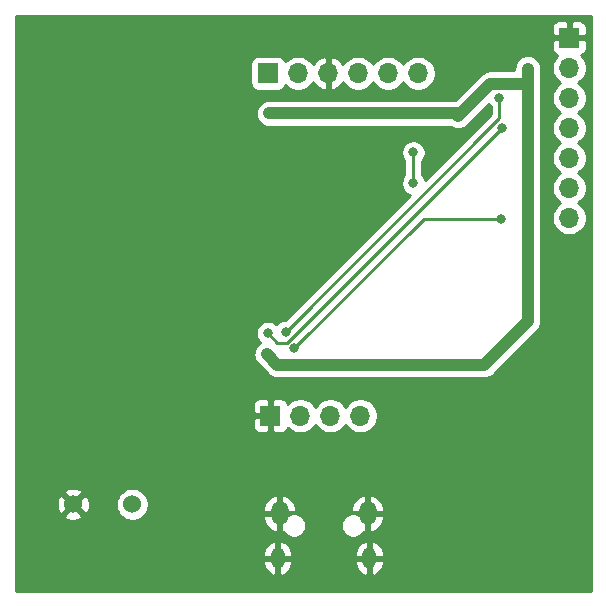
<source format=gbr>
G04 #@! TF.GenerationSoftware,KiCad,Pcbnew,5.1.5-1.fc31*
G04 #@! TF.CreationDate,2020-02-14T12:59:08+01:00*
G04 #@! TF.ProjectId,pcbdesign,70636264-6573-4696-976e-2e6b69636164,rev?*
G04 #@! TF.SameCoordinates,Original*
G04 #@! TF.FileFunction,Copper,L2,Bot*
G04 #@! TF.FilePolarity,Positive*
%FSLAX46Y46*%
G04 Gerber Fmt 4.6, Leading zero omitted, Abs format (unit mm)*
G04 Created by KiCad (PCBNEW 5.1.5-1.fc31) date 2020-02-14 12:59:08*
%MOMM*%
%LPD*%
G04 APERTURE LIST*
%ADD10R,1.700000X1.700000*%
%ADD11O,1.700000X1.700000*%
%ADD12C,1.524000*%
%ADD13O,1.450000X2.000000*%
%ADD14O,1.150000X1.800000*%
%ADD15C,0.800000*%
%ADD16C,1.000000*%
%ADD17C,0.250000*%
%ADD18C,0.254000*%
G04 APERTURE END LIST*
D10*
X162200000Y-114500000D03*
D11*
X164740000Y-114500000D03*
X167280000Y-114500000D03*
X169820000Y-114500000D03*
D12*
X145500000Y-122000000D03*
X150500000Y-122000000D03*
D10*
X162000000Y-85500000D03*
D11*
X164540000Y-85500000D03*
X167080000Y-85500000D03*
X169620000Y-85500000D03*
X172160000Y-85500000D03*
X174700000Y-85500000D03*
D10*
X187500000Y-82500000D03*
D11*
X187500000Y-85040000D03*
X187500000Y-87580000D03*
X187500000Y-90120000D03*
X187500000Y-92660000D03*
X187500000Y-95200000D03*
X187500000Y-97740000D03*
D13*
X162975000Y-122750000D03*
X170425000Y-122750000D03*
D14*
X162825000Y-126550000D03*
X170575000Y-126550000D03*
D15*
X158900000Y-91300000D03*
X159600000Y-110100000D03*
X187600000Y-107100000D03*
X187700000Y-100600000D03*
X180300000Y-110200000D03*
X161900000Y-109300000D03*
X180300000Y-110200000D03*
X184000000Y-85100000D03*
X162100000Y-88900000D03*
X174300000Y-92200000D03*
X174300000Y-94800000D03*
X181600000Y-87600000D03*
X163487340Y-107387340D03*
X181800000Y-90100000D03*
X162000000Y-107500000D03*
X181700000Y-97800000D03*
X164200000Y-108800000D03*
D16*
X180300000Y-110200000D02*
X162800000Y-110200000D01*
X162800000Y-110200000D02*
X161900000Y-109300000D01*
X180300000Y-110200000D02*
X183800000Y-106700000D01*
X183800000Y-106700000D02*
X184000000Y-106500000D01*
X184000000Y-86400000D02*
X180800000Y-86400000D01*
X184000000Y-106500000D02*
X184000000Y-86400000D01*
X184000000Y-86400000D02*
X184000000Y-85100000D01*
X180800000Y-86400000D02*
X178100000Y-89100000D01*
X178100000Y-89100000D02*
X177900000Y-88900000D01*
X177900000Y-88900000D02*
X162100000Y-88900000D01*
D17*
X174300000Y-92200000D02*
X174300000Y-94800000D01*
X181600000Y-87600000D02*
X181600000Y-89274680D01*
X181600000Y-89274680D02*
X163487340Y-107387340D01*
X181800000Y-90100000D02*
X163600000Y-108300000D01*
X163600000Y-108300000D02*
X162800000Y-108300000D01*
X162800000Y-108300000D02*
X162000000Y-107500000D01*
X181700000Y-97800000D02*
X175200000Y-97800000D01*
X175200000Y-97800000D02*
X164200000Y-108800000D01*
D18*
G36*
X189340000Y-129340000D02*
G01*
X140660000Y-129340000D01*
X140660000Y-126677000D01*
X161615000Y-126677000D01*
X161615000Y-127002000D01*
X161663026Y-127235619D01*
X161755706Y-127455380D01*
X161889479Y-127652837D01*
X162059203Y-127820402D01*
X162258356Y-127951636D01*
X162479285Y-128041496D01*
X162511323Y-128043635D01*
X162698000Y-127918550D01*
X162698000Y-126677000D01*
X162952000Y-126677000D01*
X162952000Y-127918550D01*
X163138677Y-128043635D01*
X163170715Y-128041496D01*
X163391644Y-127951636D01*
X163590797Y-127820402D01*
X163760521Y-127652837D01*
X163894294Y-127455380D01*
X163986974Y-127235619D01*
X164035000Y-127002000D01*
X164035000Y-126677000D01*
X169365000Y-126677000D01*
X169365000Y-127002000D01*
X169413026Y-127235619D01*
X169505706Y-127455380D01*
X169639479Y-127652837D01*
X169809203Y-127820402D01*
X170008356Y-127951636D01*
X170229285Y-128041496D01*
X170261323Y-128043635D01*
X170448000Y-127918550D01*
X170448000Y-126677000D01*
X170702000Y-126677000D01*
X170702000Y-127918550D01*
X170888677Y-128043635D01*
X170920715Y-128041496D01*
X171141644Y-127951636D01*
X171340797Y-127820402D01*
X171510521Y-127652837D01*
X171644294Y-127455380D01*
X171736974Y-127235619D01*
X171785000Y-127002000D01*
X171785000Y-126677000D01*
X170702000Y-126677000D01*
X170448000Y-126677000D01*
X169365000Y-126677000D01*
X164035000Y-126677000D01*
X162952000Y-126677000D01*
X162698000Y-126677000D01*
X161615000Y-126677000D01*
X140660000Y-126677000D01*
X140660000Y-126098000D01*
X161615000Y-126098000D01*
X161615000Y-126423000D01*
X162698000Y-126423000D01*
X162698000Y-125181450D01*
X162952000Y-125181450D01*
X162952000Y-126423000D01*
X164035000Y-126423000D01*
X164035000Y-126098000D01*
X169365000Y-126098000D01*
X169365000Y-126423000D01*
X170448000Y-126423000D01*
X170448000Y-125181450D01*
X170702000Y-125181450D01*
X170702000Y-126423000D01*
X171785000Y-126423000D01*
X171785000Y-126098000D01*
X171736974Y-125864381D01*
X171644294Y-125644620D01*
X171510521Y-125447163D01*
X171340797Y-125279598D01*
X171141644Y-125148364D01*
X170920715Y-125058504D01*
X170888677Y-125056365D01*
X170702000Y-125181450D01*
X170448000Y-125181450D01*
X170261323Y-125056365D01*
X170229285Y-125058504D01*
X170008356Y-125148364D01*
X169809203Y-125279598D01*
X169639479Y-125447163D01*
X169505706Y-125644620D01*
X169413026Y-125864381D01*
X169365000Y-126098000D01*
X164035000Y-126098000D01*
X163986974Y-125864381D01*
X163894294Y-125644620D01*
X163760521Y-125447163D01*
X163590797Y-125279598D01*
X163391644Y-125148364D01*
X163170715Y-125058504D01*
X163138677Y-125056365D01*
X162952000Y-125181450D01*
X162698000Y-125181450D01*
X162511323Y-125056365D01*
X162479285Y-125058504D01*
X162258356Y-125148364D01*
X162059203Y-125279598D01*
X161889479Y-125447163D01*
X161755706Y-125644620D01*
X161663026Y-125864381D01*
X161615000Y-126098000D01*
X140660000Y-126098000D01*
X140660000Y-122965565D01*
X144714040Y-122965565D01*
X144781020Y-123205656D01*
X145030048Y-123322756D01*
X145297135Y-123389023D01*
X145572017Y-123401910D01*
X145844133Y-123360922D01*
X146103023Y-123267636D01*
X146218980Y-123205656D01*
X146285960Y-122965565D01*
X145500000Y-122179605D01*
X144714040Y-122965565D01*
X140660000Y-122965565D01*
X140660000Y-122072017D01*
X144098090Y-122072017D01*
X144139078Y-122344133D01*
X144232364Y-122603023D01*
X144294344Y-122718980D01*
X144534435Y-122785960D01*
X145320395Y-122000000D01*
X145679605Y-122000000D01*
X146465565Y-122785960D01*
X146705656Y-122718980D01*
X146822756Y-122469952D01*
X146889023Y-122202865D01*
X146901910Y-121927983D01*
X146892033Y-121862408D01*
X149103000Y-121862408D01*
X149103000Y-122137592D01*
X149156686Y-122407490D01*
X149261995Y-122661727D01*
X149414880Y-122890535D01*
X149609465Y-123085120D01*
X149838273Y-123238005D01*
X150092510Y-123343314D01*
X150362408Y-123397000D01*
X150637592Y-123397000D01*
X150907490Y-123343314D01*
X151161727Y-123238005D01*
X151390535Y-123085120D01*
X151585120Y-122890535D01*
X151594163Y-122877000D01*
X161615000Y-122877000D01*
X161615000Y-123152000D01*
X161665908Y-123414883D01*
X161767124Y-123662783D01*
X161914758Y-123886173D01*
X162103137Y-124076469D01*
X162325021Y-124226357D01*
X162571883Y-124330078D01*
X162637742Y-124342519D01*
X162848000Y-124219518D01*
X162848000Y-122877000D01*
X163102000Y-122877000D01*
X163102000Y-124219518D01*
X163312258Y-124342519D01*
X163317104Y-124341604D01*
X163396063Y-124459774D01*
X163540226Y-124603937D01*
X163709744Y-124717205D01*
X163898102Y-124795226D01*
X164098061Y-124835000D01*
X164301939Y-124835000D01*
X164501898Y-124795226D01*
X164690256Y-124717205D01*
X164859774Y-124603937D01*
X165003937Y-124459774D01*
X165117205Y-124290256D01*
X165195226Y-124101898D01*
X165235000Y-123901939D01*
X165235000Y-123698061D01*
X168165000Y-123698061D01*
X168165000Y-123901939D01*
X168204774Y-124101898D01*
X168282795Y-124290256D01*
X168396063Y-124459774D01*
X168540226Y-124603937D01*
X168709744Y-124717205D01*
X168898102Y-124795226D01*
X169098061Y-124835000D01*
X169301939Y-124835000D01*
X169501898Y-124795226D01*
X169690256Y-124717205D01*
X169859774Y-124603937D01*
X170003937Y-124459774D01*
X170082896Y-124341604D01*
X170087742Y-124342519D01*
X170298000Y-124219518D01*
X170298000Y-122877000D01*
X170552000Y-122877000D01*
X170552000Y-124219518D01*
X170762258Y-124342519D01*
X170828117Y-124330078D01*
X171074979Y-124226357D01*
X171296863Y-124076469D01*
X171485242Y-123886173D01*
X171632876Y-123662783D01*
X171734092Y-123414883D01*
X171785000Y-123152000D01*
X171785000Y-122877000D01*
X170552000Y-122877000D01*
X170298000Y-122877000D01*
X169676266Y-122877000D01*
X169501898Y-122804774D01*
X169301939Y-122765000D01*
X169098061Y-122765000D01*
X168898102Y-122804774D01*
X168709744Y-122882795D01*
X168540226Y-122996063D01*
X168396063Y-123140226D01*
X168282795Y-123309744D01*
X168204774Y-123498102D01*
X168165000Y-123698061D01*
X165235000Y-123698061D01*
X165195226Y-123498102D01*
X165117205Y-123309744D01*
X165003937Y-123140226D01*
X164859774Y-122996063D01*
X164690256Y-122882795D01*
X164501898Y-122804774D01*
X164301939Y-122765000D01*
X164098061Y-122765000D01*
X163898102Y-122804774D01*
X163723734Y-122877000D01*
X163102000Y-122877000D01*
X162848000Y-122877000D01*
X161615000Y-122877000D01*
X151594163Y-122877000D01*
X151738005Y-122661727D01*
X151843314Y-122407490D01*
X151855147Y-122348000D01*
X161615000Y-122348000D01*
X161615000Y-122623000D01*
X162848000Y-122623000D01*
X162848000Y-121280482D01*
X163102000Y-121280482D01*
X163102000Y-122623000D01*
X164335000Y-122623000D01*
X164335000Y-122348000D01*
X169065000Y-122348000D01*
X169065000Y-122623000D01*
X170298000Y-122623000D01*
X170298000Y-121280482D01*
X170552000Y-121280482D01*
X170552000Y-122623000D01*
X171785000Y-122623000D01*
X171785000Y-122348000D01*
X171734092Y-122085117D01*
X171632876Y-121837217D01*
X171485242Y-121613827D01*
X171296863Y-121423531D01*
X171074979Y-121273643D01*
X170828117Y-121169922D01*
X170762258Y-121157481D01*
X170552000Y-121280482D01*
X170298000Y-121280482D01*
X170087742Y-121157481D01*
X170021883Y-121169922D01*
X169775021Y-121273643D01*
X169553137Y-121423531D01*
X169364758Y-121613827D01*
X169217124Y-121837217D01*
X169115908Y-122085117D01*
X169065000Y-122348000D01*
X164335000Y-122348000D01*
X164284092Y-122085117D01*
X164182876Y-121837217D01*
X164035242Y-121613827D01*
X163846863Y-121423531D01*
X163624979Y-121273643D01*
X163378117Y-121169922D01*
X163312258Y-121157481D01*
X163102000Y-121280482D01*
X162848000Y-121280482D01*
X162637742Y-121157481D01*
X162571883Y-121169922D01*
X162325021Y-121273643D01*
X162103137Y-121423531D01*
X161914758Y-121613827D01*
X161767124Y-121837217D01*
X161665908Y-122085117D01*
X161615000Y-122348000D01*
X151855147Y-122348000D01*
X151897000Y-122137592D01*
X151897000Y-121862408D01*
X151843314Y-121592510D01*
X151738005Y-121338273D01*
X151585120Y-121109465D01*
X151390535Y-120914880D01*
X151161727Y-120761995D01*
X150907490Y-120656686D01*
X150637592Y-120603000D01*
X150362408Y-120603000D01*
X150092510Y-120656686D01*
X149838273Y-120761995D01*
X149609465Y-120914880D01*
X149414880Y-121109465D01*
X149261995Y-121338273D01*
X149156686Y-121592510D01*
X149103000Y-121862408D01*
X146892033Y-121862408D01*
X146860922Y-121655867D01*
X146767636Y-121396977D01*
X146705656Y-121281020D01*
X146465565Y-121214040D01*
X145679605Y-122000000D01*
X145320395Y-122000000D01*
X144534435Y-121214040D01*
X144294344Y-121281020D01*
X144177244Y-121530048D01*
X144110977Y-121797135D01*
X144098090Y-122072017D01*
X140660000Y-122072017D01*
X140660000Y-121034435D01*
X144714040Y-121034435D01*
X145500000Y-121820395D01*
X146285960Y-121034435D01*
X146218980Y-120794344D01*
X145969952Y-120677244D01*
X145702865Y-120610977D01*
X145427983Y-120598090D01*
X145155867Y-120639078D01*
X144896977Y-120732364D01*
X144781020Y-120794344D01*
X144714040Y-121034435D01*
X140660000Y-121034435D01*
X140660000Y-115350000D01*
X160711928Y-115350000D01*
X160724188Y-115474482D01*
X160760498Y-115594180D01*
X160819463Y-115704494D01*
X160898815Y-115801185D01*
X160995506Y-115880537D01*
X161105820Y-115939502D01*
X161225518Y-115975812D01*
X161350000Y-115988072D01*
X161914250Y-115985000D01*
X162073000Y-115826250D01*
X162073000Y-114627000D01*
X160873750Y-114627000D01*
X160715000Y-114785750D01*
X160711928Y-115350000D01*
X140660000Y-115350000D01*
X140660000Y-113650000D01*
X160711928Y-113650000D01*
X160715000Y-114214250D01*
X160873750Y-114373000D01*
X162073000Y-114373000D01*
X162073000Y-113173750D01*
X162327000Y-113173750D01*
X162327000Y-114373000D01*
X162347000Y-114373000D01*
X162347000Y-114627000D01*
X162327000Y-114627000D01*
X162327000Y-115826250D01*
X162485750Y-115985000D01*
X163050000Y-115988072D01*
X163174482Y-115975812D01*
X163294180Y-115939502D01*
X163404494Y-115880537D01*
X163501185Y-115801185D01*
X163580537Y-115704494D01*
X163639502Y-115594180D01*
X163661513Y-115521620D01*
X163793368Y-115653475D01*
X164036589Y-115815990D01*
X164306842Y-115927932D01*
X164593740Y-115985000D01*
X164886260Y-115985000D01*
X165173158Y-115927932D01*
X165443411Y-115815990D01*
X165686632Y-115653475D01*
X165893475Y-115446632D01*
X166010000Y-115272240D01*
X166126525Y-115446632D01*
X166333368Y-115653475D01*
X166576589Y-115815990D01*
X166846842Y-115927932D01*
X167133740Y-115985000D01*
X167426260Y-115985000D01*
X167713158Y-115927932D01*
X167983411Y-115815990D01*
X168226632Y-115653475D01*
X168433475Y-115446632D01*
X168550000Y-115272240D01*
X168666525Y-115446632D01*
X168873368Y-115653475D01*
X169116589Y-115815990D01*
X169386842Y-115927932D01*
X169673740Y-115985000D01*
X169966260Y-115985000D01*
X170253158Y-115927932D01*
X170523411Y-115815990D01*
X170766632Y-115653475D01*
X170973475Y-115446632D01*
X171135990Y-115203411D01*
X171247932Y-114933158D01*
X171305000Y-114646260D01*
X171305000Y-114353740D01*
X171247932Y-114066842D01*
X171135990Y-113796589D01*
X170973475Y-113553368D01*
X170766632Y-113346525D01*
X170523411Y-113184010D01*
X170253158Y-113072068D01*
X169966260Y-113015000D01*
X169673740Y-113015000D01*
X169386842Y-113072068D01*
X169116589Y-113184010D01*
X168873368Y-113346525D01*
X168666525Y-113553368D01*
X168550000Y-113727760D01*
X168433475Y-113553368D01*
X168226632Y-113346525D01*
X167983411Y-113184010D01*
X167713158Y-113072068D01*
X167426260Y-113015000D01*
X167133740Y-113015000D01*
X166846842Y-113072068D01*
X166576589Y-113184010D01*
X166333368Y-113346525D01*
X166126525Y-113553368D01*
X166010000Y-113727760D01*
X165893475Y-113553368D01*
X165686632Y-113346525D01*
X165443411Y-113184010D01*
X165173158Y-113072068D01*
X164886260Y-113015000D01*
X164593740Y-113015000D01*
X164306842Y-113072068D01*
X164036589Y-113184010D01*
X163793368Y-113346525D01*
X163661513Y-113478380D01*
X163639502Y-113405820D01*
X163580537Y-113295506D01*
X163501185Y-113198815D01*
X163404494Y-113119463D01*
X163294180Y-113060498D01*
X163174482Y-113024188D01*
X163050000Y-113011928D01*
X162485750Y-113015000D01*
X162327000Y-113173750D01*
X162073000Y-113173750D01*
X161914250Y-113015000D01*
X161350000Y-113011928D01*
X161225518Y-113024188D01*
X161105820Y-113060498D01*
X160995506Y-113119463D01*
X160898815Y-113198815D01*
X160819463Y-113295506D01*
X160760498Y-113405820D01*
X160724188Y-113525518D01*
X160711928Y-113650000D01*
X140660000Y-113650000D01*
X140660000Y-109300000D01*
X160759509Y-109300000D01*
X160781423Y-109522498D01*
X160846324Y-109736446D01*
X160951717Y-109933622D01*
X161058012Y-110063143D01*
X161958008Y-110963140D01*
X161993551Y-111006449D01*
X162166377Y-111148284D01*
X162363553Y-111253676D01*
X162527705Y-111303471D01*
X162577500Y-111318577D01*
X162598493Y-111320644D01*
X162744248Y-111335000D01*
X162744255Y-111335000D01*
X162799999Y-111340490D01*
X162855743Y-111335000D01*
X180244249Y-111335000D01*
X180300000Y-111340491D01*
X180355751Y-111335000D01*
X180355752Y-111335000D01*
X180522499Y-111318577D01*
X180736447Y-111253676D01*
X180933623Y-111148284D01*
X181106449Y-111006449D01*
X181141996Y-110963135D01*
X184641988Y-107463144D01*
X184641991Y-107463140D01*
X184763139Y-107341993D01*
X184806449Y-107306449D01*
X184948284Y-107133623D01*
X185053676Y-106936447D01*
X185118577Y-106722499D01*
X185135000Y-106555752D01*
X185135000Y-106555751D01*
X185140491Y-106500000D01*
X185135000Y-106444248D01*
X185135000Y-86455751D01*
X185140491Y-86400000D01*
X185135000Y-86344248D01*
X185135000Y-85044248D01*
X185118577Y-84877501D01*
X185053676Y-84663553D01*
X184948284Y-84466377D01*
X184806449Y-84293551D01*
X184633623Y-84151716D01*
X184436447Y-84046324D01*
X184222499Y-83981423D01*
X184000000Y-83959509D01*
X183777502Y-83981423D01*
X183563554Y-84046324D01*
X183366378Y-84151716D01*
X183193552Y-84293551D01*
X183051717Y-84466377D01*
X182946324Y-84663553D01*
X182881423Y-84877501D01*
X182865000Y-85044248D01*
X182865000Y-85265000D01*
X180855752Y-85265000D01*
X180800000Y-85259509D01*
X180577501Y-85281423D01*
X180363553Y-85346324D01*
X180166377Y-85451716D01*
X180036856Y-85558011D01*
X180036854Y-85558013D01*
X179993551Y-85593551D01*
X179958013Y-85636854D01*
X177829869Y-87765000D01*
X162044248Y-87765000D01*
X161877501Y-87781423D01*
X161663553Y-87846324D01*
X161466377Y-87951716D01*
X161293551Y-88093551D01*
X161151716Y-88266377D01*
X161046324Y-88463553D01*
X160981423Y-88677501D01*
X160959509Y-88900000D01*
X160981423Y-89122499D01*
X161046324Y-89336447D01*
X161151716Y-89533623D01*
X161293551Y-89706449D01*
X161466377Y-89848284D01*
X161663553Y-89953676D01*
X161877501Y-90018577D01*
X162044248Y-90035000D01*
X177450191Y-90035000D01*
X177466378Y-90048284D01*
X177563133Y-90100000D01*
X177663554Y-90153676D01*
X177877502Y-90218577D01*
X178100000Y-90240491D01*
X178322499Y-90218577D01*
X178536447Y-90153676D01*
X178733623Y-90048284D01*
X178906449Y-89906449D01*
X178941996Y-89863135D01*
X180695645Y-88109487D01*
X180796063Y-88259774D01*
X180840000Y-88303711D01*
X180840001Y-88959876D01*
X175296313Y-94503565D01*
X175295226Y-94498102D01*
X175217205Y-94309744D01*
X175103937Y-94140226D01*
X175060000Y-94096289D01*
X175060000Y-92903711D01*
X175103937Y-92859774D01*
X175217205Y-92690256D01*
X175295226Y-92501898D01*
X175335000Y-92301939D01*
X175335000Y-92098061D01*
X175295226Y-91898102D01*
X175217205Y-91709744D01*
X175103937Y-91540226D01*
X174959774Y-91396063D01*
X174790256Y-91282795D01*
X174601898Y-91204774D01*
X174401939Y-91165000D01*
X174198061Y-91165000D01*
X173998102Y-91204774D01*
X173809744Y-91282795D01*
X173640226Y-91396063D01*
X173496063Y-91540226D01*
X173382795Y-91709744D01*
X173304774Y-91898102D01*
X173265000Y-92098061D01*
X173265000Y-92301939D01*
X173304774Y-92501898D01*
X173382795Y-92690256D01*
X173496063Y-92859774D01*
X173540000Y-92903711D01*
X173540001Y-94096288D01*
X173496063Y-94140226D01*
X173382795Y-94309744D01*
X173304774Y-94498102D01*
X173265000Y-94698061D01*
X173265000Y-94901939D01*
X173304774Y-95101898D01*
X173382795Y-95290256D01*
X173496063Y-95459774D01*
X173640226Y-95603937D01*
X173809744Y-95717205D01*
X173998102Y-95795226D01*
X174003565Y-95796313D01*
X163447539Y-106352340D01*
X163385401Y-106352340D01*
X163185442Y-106392114D01*
X162997084Y-106470135D01*
X162827566Y-106583403D01*
X162687340Y-106723629D01*
X162659774Y-106696063D01*
X162490256Y-106582795D01*
X162301898Y-106504774D01*
X162101939Y-106465000D01*
X161898061Y-106465000D01*
X161698102Y-106504774D01*
X161509744Y-106582795D01*
X161340226Y-106696063D01*
X161196063Y-106840226D01*
X161082795Y-107009744D01*
X161004774Y-107198102D01*
X160965000Y-107398061D01*
X160965000Y-107601939D01*
X161004774Y-107801898D01*
X161082795Y-107990256D01*
X161196063Y-108159774D01*
X161340226Y-108303937D01*
X161347133Y-108308552D01*
X161266378Y-108351717D01*
X161093552Y-108493552D01*
X160951717Y-108666378D01*
X160846324Y-108863554D01*
X160781423Y-109077502D01*
X160759509Y-109300000D01*
X140660000Y-109300000D01*
X140660000Y-84650000D01*
X160511928Y-84650000D01*
X160511928Y-86350000D01*
X160524188Y-86474482D01*
X160560498Y-86594180D01*
X160619463Y-86704494D01*
X160698815Y-86801185D01*
X160795506Y-86880537D01*
X160905820Y-86939502D01*
X161025518Y-86975812D01*
X161150000Y-86988072D01*
X162850000Y-86988072D01*
X162974482Y-86975812D01*
X163094180Y-86939502D01*
X163204494Y-86880537D01*
X163301185Y-86801185D01*
X163380537Y-86704494D01*
X163439502Y-86594180D01*
X163461513Y-86521620D01*
X163593368Y-86653475D01*
X163836589Y-86815990D01*
X164106842Y-86927932D01*
X164393740Y-86985000D01*
X164686260Y-86985000D01*
X164973158Y-86927932D01*
X165243411Y-86815990D01*
X165486632Y-86653475D01*
X165693475Y-86446632D01*
X165815195Y-86264466D01*
X165884822Y-86381355D01*
X166079731Y-86597588D01*
X166313080Y-86771641D01*
X166575901Y-86896825D01*
X166723110Y-86941476D01*
X166953000Y-86820155D01*
X166953000Y-85627000D01*
X166933000Y-85627000D01*
X166933000Y-85373000D01*
X166953000Y-85373000D01*
X166953000Y-84179845D01*
X167207000Y-84179845D01*
X167207000Y-85373000D01*
X167227000Y-85373000D01*
X167227000Y-85627000D01*
X167207000Y-85627000D01*
X167207000Y-86820155D01*
X167436890Y-86941476D01*
X167584099Y-86896825D01*
X167846920Y-86771641D01*
X168080269Y-86597588D01*
X168275178Y-86381355D01*
X168344805Y-86264466D01*
X168466525Y-86446632D01*
X168673368Y-86653475D01*
X168916589Y-86815990D01*
X169186842Y-86927932D01*
X169473740Y-86985000D01*
X169766260Y-86985000D01*
X170053158Y-86927932D01*
X170323411Y-86815990D01*
X170566632Y-86653475D01*
X170773475Y-86446632D01*
X170890000Y-86272240D01*
X171006525Y-86446632D01*
X171213368Y-86653475D01*
X171456589Y-86815990D01*
X171726842Y-86927932D01*
X172013740Y-86985000D01*
X172306260Y-86985000D01*
X172593158Y-86927932D01*
X172863411Y-86815990D01*
X173106632Y-86653475D01*
X173313475Y-86446632D01*
X173430000Y-86272240D01*
X173546525Y-86446632D01*
X173753368Y-86653475D01*
X173996589Y-86815990D01*
X174266842Y-86927932D01*
X174553740Y-86985000D01*
X174846260Y-86985000D01*
X175133158Y-86927932D01*
X175403411Y-86815990D01*
X175646632Y-86653475D01*
X175853475Y-86446632D01*
X176015990Y-86203411D01*
X176127932Y-85933158D01*
X176185000Y-85646260D01*
X176185000Y-85353740D01*
X176127932Y-85066842D01*
X176015990Y-84796589D01*
X175853475Y-84553368D01*
X175646632Y-84346525D01*
X175403411Y-84184010D01*
X175133158Y-84072068D01*
X174846260Y-84015000D01*
X174553740Y-84015000D01*
X174266842Y-84072068D01*
X173996589Y-84184010D01*
X173753368Y-84346525D01*
X173546525Y-84553368D01*
X173430000Y-84727760D01*
X173313475Y-84553368D01*
X173106632Y-84346525D01*
X172863411Y-84184010D01*
X172593158Y-84072068D01*
X172306260Y-84015000D01*
X172013740Y-84015000D01*
X171726842Y-84072068D01*
X171456589Y-84184010D01*
X171213368Y-84346525D01*
X171006525Y-84553368D01*
X170890000Y-84727760D01*
X170773475Y-84553368D01*
X170566632Y-84346525D01*
X170323411Y-84184010D01*
X170053158Y-84072068D01*
X169766260Y-84015000D01*
X169473740Y-84015000D01*
X169186842Y-84072068D01*
X168916589Y-84184010D01*
X168673368Y-84346525D01*
X168466525Y-84553368D01*
X168344805Y-84735534D01*
X168275178Y-84618645D01*
X168080269Y-84402412D01*
X167846920Y-84228359D01*
X167584099Y-84103175D01*
X167436890Y-84058524D01*
X167207000Y-84179845D01*
X166953000Y-84179845D01*
X166723110Y-84058524D01*
X166575901Y-84103175D01*
X166313080Y-84228359D01*
X166079731Y-84402412D01*
X165884822Y-84618645D01*
X165815195Y-84735534D01*
X165693475Y-84553368D01*
X165486632Y-84346525D01*
X165243411Y-84184010D01*
X164973158Y-84072068D01*
X164686260Y-84015000D01*
X164393740Y-84015000D01*
X164106842Y-84072068D01*
X163836589Y-84184010D01*
X163593368Y-84346525D01*
X163461513Y-84478380D01*
X163439502Y-84405820D01*
X163380537Y-84295506D01*
X163301185Y-84198815D01*
X163204494Y-84119463D01*
X163094180Y-84060498D01*
X162974482Y-84024188D01*
X162850000Y-84011928D01*
X161150000Y-84011928D01*
X161025518Y-84024188D01*
X160905820Y-84060498D01*
X160795506Y-84119463D01*
X160698815Y-84198815D01*
X160619463Y-84295506D01*
X160560498Y-84405820D01*
X160524188Y-84525518D01*
X160511928Y-84650000D01*
X140660000Y-84650000D01*
X140660000Y-83350000D01*
X186011928Y-83350000D01*
X186024188Y-83474482D01*
X186060498Y-83594180D01*
X186119463Y-83704494D01*
X186198815Y-83801185D01*
X186295506Y-83880537D01*
X186405820Y-83939502D01*
X186478380Y-83961513D01*
X186346525Y-84093368D01*
X186184010Y-84336589D01*
X186072068Y-84606842D01*
X186015000Y-84893740D01*
X186015000Y-85186260D01*
X186072068Y-85473158D01*
X186184010Y-85743411D01*
X186346525Y-85986632D01*
X186553368Y-86193475D01*
X186727760Y-86310000D01*
X186553368Y-86426525D01*
X186346525Y-86633368D01*
X186184010Y-86876589D01*
X186072068Y-87146842D01*
X186015000Y-87433740D01*
X186015000Y-87726260D01*
X186072068Y-88013158D01*
X186184010Y-88283411D01*
X186346525Y-88526632D01*
X186553368Y-88733475D01*
X186727760Y-88850000D01*
X186553368Y-88966525D01*
X186346525Y-89173368D01*
X186184010Y-89416589D01*
X186072068Y-89686842D01*
X186015000Y-89973740D01*
X186015000Y-90266260D01*
X186072068Y-90553158D01*
X186184010Y-90823411D01*
X186346525Y-91066632D01*
X186553368Y-91273475D01*
X186727760Y-91390000D01*
X186553368Y-91506525D01*
X186346525Y-91713368D01*
X186184010Y-91956589D01*
X186072068Y-92226842D01*
X186015000Y-92513740D01*
X186015000Y-92806260D01*
X186072068Y-93093158D01*
X186184010Y-93363411D01*
X186346525Y-93606632D01*
X186553368Y-93813475D01*
X186727760Y-93930000D01*
X186553368Y-94046525D01*
X186346525Y-94253368D01*
X186184010Y-94496589D01*
X186072068Y-94766842D01*
X186015000Y-95053740D01*
X186015000Y-95346260D01*
X186072068Y-95633158D01*
X186184010Y-95903411D01*
X186346525Y-96146632D01*
X186553368Y-96353475D01*
X186727760Y-96470000D01*
X186553368Y-96586525D01*
X186346525Y-96793368D01*
X186184010Y-97036589D01*
X186072068Y-97306842D01*
X186015000Y-97593740D01*
X186015000Y-97886260D01*
X186072068Y-98173158D01*
X186184010Y-98443411D01*
X186346525Y-98686632D01*
X186553368Y-98893475D01*
X186796589Y-99055990D01*
X187066842Y-99167932D01*
X187353740Y-99225000D01*
X187646260Y-99225000D01*
X187933158Y-99167932D01*
X188203411Y-99055990D01*
X188446632Y-98893475D01*
X188653475Y-98686632D01*
X188815990Y-98443411D01*
X188927932Y-98173158D01*
X188985000Y-97886260D01*
X188985000Y-97593740D01*
X188927932Y-97306842D01*
X188815990Y-97036589D01*
X188653475Y-96793368D01*
X188446632Y-96586525D01*
X188272240Y-96470000D01*
X188446632Y-96353475D01*
X188653475Y-96146632D01*
X188815990Y-95903411D01*
X188927932Y-95633158D01*
X188985000Y-95346260D01*
X188985000Y-95053740D01*
X188927932Y-94766842D01*
X188815990Y-94496589D01*
X188653475Y-94253368D01*
X188446632Y-94046525D01*
X188272240Y-93930000D01*
X188446632Y-93813475D01*
X188653475Y-93606632D01*
X188815990Y-93363411D01*
X188927932Y-93093158D01*
X188985000Y-92806260D01*
X188985000Y-92513740D01*
X188927932Y-92226842D01*
X188815990Y-91956589D01*
X188653475Y-91713368D01*
X188446632Y-91506525D01*
X188272240Y-91390000D01*
X188446632Y-91273475D01*
X188653475Y-91066632D01*
X188815990Y-90823411D01*
X188927932Y-90553158D01*
X188985000Y-90266260D01*
X188985000Y-89973740D01*
X188927932Y-89686842D01*
X188815990Y-89416589D01*
X188653475Y-89173368D01*
X188446632Y-88966525D01*
X188272240Y-88850000D01*
X188446632Y-88733475D01*
X188653475Y-88526632D01*
X188815990Y-88283411D01*
X188927932Y-88013158D01*
X188985000Y-87726260D01*
X188985000Y-87433740D01*
X188927932Y-87146842D01*
X188815990Y-86876589D01*
X188653475Y-86633368D01*
X188446632Y-86426525D01*
X188272240Y-86310000D01*
X188446632Y-86193475D01*
X188653475Y-85986632D01*
X188815990Y-85743411D01*
X188927932Y-85473158D01*
X188985000Y-85186260D01*
X188985000Y-84893740D01*
X188927932Y-84606842D01*
X188815990Y-84336589D01*
X188653475Y-84093368D01*
X188521620Y-83961513D01*
X188594180Y-83939502D01*
X188704494Y-83880537D01*
X188801185Y-83801185D01*
X188880537Y-83704494D01*
X188939502Y-83594180D01*
X188975812Y-83474482D01*
X188988072Y-83350000D01*
X188985000Y-82785750D01*
X188826250Y-82627000D01*
X187627000Y-82627000D01*
X187627000Y-82647000D01*
X187373000Y-82647000D01*
X187373000Y-82627000D01*
X186173750Y-82627000D01*
X186015000Y-82785750D01*
X186011928Y-83350000D01*
X140660000Y-83350000D01*
X140660000Y-81650000D01*
X186011928Y-81650000D01*
X186015000Y-82214250D01*
X186173750Y-82373000D01*
X187373000Y-82373000D01*
X187373000Y-81173750D01*
X187627000Y-81173750D01*
X187627000Y-82373000D01*
X188826250Y-82373000D01*
X188985000Y-82214250D01*
X188988072Y-81650000D01*
X188975812Y-81525518D01*
X188939502Y-81405820D01*
X188880537Y-81295506D01*
X188801185Y-81198815D01*
X188704494Y-81119463D01*
X188594180Y-81060498D01*
X188474482Y-81024188D01*
X188350000Y-81011928D01*
X187785750Y-81015000D01*
X187627000Y-81173750D01*
X187373000Y-81173750D01*
X187214250Y-81015000D01*
X186650000Y-81011928D01*
X186525518Y-81024188D01*
X186405820Y-81060498D01*
X186295506Y-81119463D01*
X186198815Y-81198815D01*
X186119463Y-81295506D01*
X186060498Y-81405820D01*
X186024188Y-81525518D01*
X186011928Y-81650000D01*
X140660000Y-81650000D01*
X140660000Y-80660000D01*
X189340001Y-80660000D01*
X189340000Y-129340000D01*
G37*
X189340000Y-129340000D02*
X140660000Y-129340000D01*
X140660000Y-126677000D01*
X161615000Y-126677000D01*
X161615000Y-127002000D01*
X161663026Y-127235619D01*
X161755706Y-127455380D01*
X161889479Y-127652837D01*
X162059203Y-127820402D01*
X162258356Y-127951636D01*
X162479285Y-128041496D01*
X162511323Y-128043635D01*
X162698000Y-127918550D01*
X162698000Y-126677000D01*
X162952000Y-126677000D01*
X162952000Y-127918550D01*
X163138677Y-128043635D01*
X163170715Y-128041496D01*
X163391644Y-127951636D01*
X163590797Y-127820402D01*
X163760521Y-127652837D01*
X163894294Y-127455380D01*
X163986974Y-127235619D01*
X164035000Y-127002000D01*
X164035000Y-126677000D01*
X169365000Y-126677000D01*
X169365000Y-127002000D01*
X169413026Y-127235619D01*
X169505706Y-127455380D01*
X169639479Y-127652837D01*
X169809203Y-127820402D01*
X170008356Y-127951636D01*
X170229285Y-128041496D01*
X170261323Y-128043635D01*
X170448000Y-127918550D01*
X170448000Y-126677000D01*
X170702000Y-126677000D01*
X170702000Y-127918550D01*
X170888677Y-128043635D01*
X170920715Y-128041496D01*
X171141644Y-127951636D01*
X171340797Y-127820402D01*
X171510521Y-127652837D01*
X171644294Y-127455380D01*
X171736974Y-127235619D01*
X171785000Y-127002000D01*
X171785000Y-126677000D01*
X170702000Y-126677000D01*
X170448000Y-126677000D01*
X169365000Y-126677000D01*
X164035000Y-126677000D01*
X162952000Y-126677000D01*
X162698000Y-126677000D01*
X161615000Y-126677000D01*
X140660000Y-126677000D01*
X140660000Y-126098000D01*
X161615000Y-126098000D01*
X161615000Y-126423000D01*
X162698000Y-126423000D01*
X162698000Y-125181450D01*
X162952000Y-125181450D01*
X162952000Y-126423000D01*
X164035000Y-126423000D01*
X164035000Y-126098000D01*
X169365000Y-126098000D01*
X169365000Y-126423000D01*
X170448000Y-126423000D01*
X170448000Y-125181450D01*
X170702000Y-125181450D01*
X170702000Y-126423000D01*
X171785000Y-126423000D01*
X171785000Y-126098000D01*
X171736974Y-125864381D01*
X171644294Y-125644620D01*
X171510521Y-125447163D01*
X171340797Y-125279598D01*
X171141644Y-125148364D01*
X170920715Y-125058504D01*
X170888677Y-125056365D01*
X170702000Y-125181450D01*
X170448000Y-125181450D01*
X170261323Y-125056365D01*
X170229285Y-125058504D01*
X170008356Y-125148364D01*
X169809203Y-125279598D01*
X169639479Y-125447163D01*
X169505706Y-125644620D01*
X169413026Y-125864381D01*
X169365000Y-126098000D01*
X164035000Y-126098000D01*
X163986974Y-125864381D01*
X163894294Y-125644620D01*
X163760521Y-125447163D01*
X163590797Y-125279598D01*
X163391644Y-125148364D01*
X163170715Y-125058504D01*
X163138677Y-125056365D01*
X162952000Y-125181450D01*
X162698000Y-125181450D01*
X162511323Y-125056365D01*
X162479285Y-125058504D01*
X162258356Y-125148364D01*
X162059203Y-125279598D01*
X161889479Y-125447163D01*
X161755706Y-125644620D01*
X161663026Y-125864381D01*
X161615000Y-126098000D01*
X140660000Y-126098000D01*
X140660000Y-122965565D01*
X144714040Y-122965565D01*
X144781020Y-123205656D01*
X145030048Y-123322756D01*
X145297135Y-123389023D01*
X145572017Y-123401910D01*
X145844133Y-123360922D01*
X146103023Y-123267636D01*
X146218980Y-123205656D01*
X146285960Y-122965565D01*
X145500000Y-122179605D01*
X144714040Y-122965565D01*
X140660000Y-122965565D01*
X140660000Y-122072017D01*
X144098090Y-122072017D01*
X144139078Y-122344133D01*
X144232364Y-122603023D01*
X144294344Y-122718980D01*
X144534435Y-122785960D01*
X145320395Y-122000000D01*
X145679605Y-122000000D01*
X146465565Y-122785960D01*
X146705656Y-122718980D01*
X146822756Y-122469952D01*
X146889023Y-122202865D01*
X146901910Y-121927983D01*
X146892033Y-121862408D01*
X149103000Y-121862408D01*
X149103000Y-122137592D01*
X149156686Y-122407490D01*
X149261995Y-122661727D01*
X149414880Y-122890535D01*
X149609465Y-123085120D01*
X149838273Y-123238005D01*
X150092510Y-123343314D01*
X150362408Y-123397000D01*
X150637592Y-123397000D01*
X150907490Y-123343314D01*
X151161727Y-123238005D01*
X151390535Y-123085120D01*
X151585120Y-122890535D01*
X151594163Y-122877000D01*
X161615000Y-122877000D01*
X161615000Y-123152000D01*
X161665908Y-123414883D01*
X161767124Y-123662783D01*
X161914758Y-123886173D01*
X162103137Y-124076469D01*
X162325021Y-124226357D01*
X162571883Y-124330078D01*
X162637742Y-124342519D01*
X162848000Y-124219518D01*
X162848000Y-122877000D01*
X163102000Y-122877000D01*
X163102000Y-124219518D01*
X163312258Y-124342519D01*
X163317104Y-124341604D01*
X163396063Y-124459774D01*
X163540226Y-124603937D01*
X163709744Y-124717205D01*
X163898102Y-124795226D01*
X164098061Y-124835000D01*
X164301939Y-124835000D01*
X164501898Y-124795226D01*
X164690256Y-124717205D01*
X164859774Y-124603937D01*
X165003937Y-124459774D01*
X165117205Y-124290256D01*
X165195226Y-124101898D01*
X165235000Y-123901939D01*
X165235000Y-123698061D01*
X168165000Y-123698061D01*
X168165000Y-123901939D01*
X168204774Y-124101898D01*
X168282795Y-124290256D01*
X168396063Y-124459774D01*
X168540226Y-124603937D01*
X168709744Y-124717205D01*
X168898102Y-124795226D01*
X169098061Y-124835000D01*
X169301939Y-124835000D01*
X169501898Y-124795226D01*
X169690256Y-124717205D01*
X169859774Y-124603937D01*
X170003937Y-124459774D01*
X170082896Y-124341604D01*
X170087742Y-124342519D01*
X170298000Y-124219518D01*
X170298000Y-122877000D01*
X170552000Y-122877000D01*
X170552000Y-124219518D01*
X170762258Y-124342519D01*
X170828117Y-124330078D01*
X171074979Y-124226357D01*
X171296863Y-124076469D01*
X171485242Y-123886173D01*
X171632876Y-123662783D01*
X171734092Y-123414883D01*
X171785000Y-123152000D01*
X171785000Y-122877000D01*
X170552000Y-122877000D01*
X170298000Y-122877000D01*
X169676266Y-122877000D01*
X169501898Y-122804774D01*
X169301939Y-122765000D01*
X169098061Y-122765000D01*
X168898102Y-122804774D01*
X168709744Y-122882795D01*
X168540226Y-122996063D01*
X168396063Y-123140226D01*
X168282795Y-123309744D01*
X168204774Y-123498102D01*
X168165000Y-123698061D01*
X165235000Y-123698061D01*
X165195226Y-123498102D01*
X165117205Y-123309744D01*
X165003937Y-123140226D01*
X164859774Y-122996063D01*
X164690256Y-122882795D01*
X164501898Y-122804774D01*
X164301939Y-122765000D01*
X164098061Y-122765000D01*
X163898102Y-122804774D01*
X163723734Y-122877000D01*
X163102000Y-122877000D01*
X162848000Y-122877000D01*
X161615000Y-122877000D01*
X151594163Y-122877000D01*
X151738005Y-122661727D01*
X151843314Y-122407490D01*
X151855147Y-122348000D01*
X161615000Y-122348000D01*
X161615000Y-122623000D01*
X162848000Y-122623000D01*
X162848000Y-121280482D01*
X163102000Y-121280482D01*
X163102000Y-122623000D01*
X164335000Y-122623000D01*
X164335000Y-122348000D01*
X169065000Y-122348000D01*
X169065000Y-122623000D01*
X170298000Y-122623000D01*
X170298000Y-121280482D01*
X170552000Y-121280482D01*
X170552000Y-122623000D01*
X171785000Y-122623000D01*
X171785000Y-122348000D01*
X171734092Y-122085117D01*
X171632876Y-121837217D01*
X171485242Y-121613827D01*
X171296863Y-121423531D01*
X171074979Y-121273643D01*
X170828117Y-121169922D01*
X170762258Y-121157481D01*
X170552000Y-121280482D01*
X170298000Y-121280482D01*
X170087742Y-121157481D01*
X170021883Y-121169922D01*
X169775021Y-121273643D01*
X169553137Y-121423531D01*
X169364758Y-121613827D01*
X169217124Y-121837217D01*
X169115908Y-122085117D01*
X169065000Y-122348000D01*
X164335000Y-122348000D01*
X164284092Y-122085117D01*
X164182876Y-121837217D01*
X164035242Y-121613827D01*
X163846863Y-121423531D01*
X163624979Y-121273643D01*
X163378117Y-121169922D01*
X163312258Y-121157481D01*
X163102000Y-121280482D01*
X162848000Y-121280482D01*
X162637742Y-121157481D01*
X162571883Y-121169922D01*
X162325021Y-121273643D01*
X162103137Y-121423531D01*
X161914758Y-121613827D01*
X161767124Y-121837217D01*
X161665908Y-122085117D01*
X161615000Y-122348000D01*
X151855147Y-122348000D01*
X151897000Y-122137592D01*
X151897000Y-121862408D01*
X151843314Y-121592510D01*
X151738005Y-121338273D01*
X151585120Y-121109465D01*
X151390535Y-120914880D01*
X151161727Y-120761995D01*
X150907490Y-120656686D01*
X150637592Y-120603000D01*
X150362408Y-120603000D01*
X150092510Y-120656686D01*
X149838273Y-120761995D01*
X149609465Y-120914880D01*
X149414880Y-121109465D01*
X149261995Y-121338273D01*
X149156686Y-121592510D01*
X149103000Y-121862408D01*
X146892033Y-121862408D01*
X146860922Y-121655867D01*
X146767636Y-121396977D01*
X146705656Y-121281020D01*
X146465565Y-121214040D01*
X145679605Y-122000000D01*
X145320395Y-122000000D01*
X144534435Y-121214040D01*
X144294344Y-121281020D01*
X144177244Y-121530048D01*
X144110977Y-121797135D01*
X144098090Y-122072017D01*
X140660000Y-122072017D01*
X140660000Y-121034435D01*
X144714040Y-121034435D01*
X145500000Y-121820395D01*
X146285960Y-121034435D01*
X146218980Y-120794344D01*
X145969952Y-120677244D01*
X145702865Y-120610977D01*
X145427983Y-120598090D01*
X145155867Y-120639078D01*
X144896977Y-120732364D01*
X144781020Y-120794344D01*
X144714040Y-121034435D01*
X140660000Y-121034435D01*
X140660000Y-115350000D01*
X160711928Y-115350000D01*
X160724188Y-115474482D01*
X160760498Y-115594180D01*
X160819463Y-115704494D01*
X160898815Y-115801185D01*
X160995506Y-115880537D01*
X161105820Y-115939502D01*
X161225518Y-115975812D01*
X161350000Y-115988072D01*
X161914250Y-115985000D01*
X162073000Y-115826250D01*
X162073000Y-114627000D01*
X160873750Y-114627000D01*
X160715000Y-114785750D01*
X160711928Y-115350000D01*
X140660000Y-115350000D01*
X140660000Y-113650000D01*
X160711928Y-113650000D01*
X160715000Y-114214250D01*
X160873750Y-114373000D01*
X162073000Y-114373000D01*
X162073000Y-113173750D01*
X162327000Y-113173750D01*
X162327000Y-114373000D01*
X162347000Y-114373000D01*
X162347000Y-114627000D01*
X162327000Y-114627000D01*
X162327000Y-115826250D01*
X162485750Y-115985000D01*
X163050000Y-115988072D01*
X163174482Y-115975812D01*
X163294180Y-115939502D01*
X163404494Y-115880537D01*
X163501185Y-115801185D01*
X163580537Y-115704494D01*
X163639502Y-115594180D01*
X163661513Y-115521620D01*
X163793368Y-115653475D01*
X164036589Y-115815990D01*
X164306842Y-115927932D01*
X164593740Y-115985000D01*
X164886260Y-115985000D01*
X165173158Y-115927932D01*
X165443411Y-115815990D01*
X165686632Y-115653475D01*
X165893475Y-115446632D01*
X166010000Y-115272240D01*
X166126525Y-115446632D01*
X166333368Y-115653475D01*
X166576589Y-115815990D01*
X166846842Y-115927932D01*
X167133740Y-115985000D01*
X167426260Y-115985000D01*
X167713158Y-115927932D01*
X167983411Y-115815990D01*
X168226632Y-115653475D01*
X168433475Y-115446632D01*
X168550000Y-115272240D01*
X168666525Y-115446632D01*
X168873368Y-115653475D01*
X169116589Y-115815990D01*
X169386842Y-115927932D01*
X169673740Y-115985000D01*
X169966260Y-115985000D01*
X170253158Y-115927932D01*
X170523411Y-115815990D01*
X170766632Y-115653475D01*
X170973475Y-115446632D01*
X171135990Y-115203411D01*
X171247932Y-114933158D01*
X171305000Y-114646260D01*
X171305000Y-114353740D01*
X171247932Y-114066842D01*
X171135990Y-113796589D01*
X170973475Y-113553368D01*
X170766632Y-113346525D01*
X170523411Y-113184010D01*
X170253158Y-113072068D01*
X169966260Y-113015000D01*
X169673740Y-113015000D01*
X169386842Y-113072068D01*
X169116589Y-113184010D01*
X168873368Y-113346525D01*
X168666525Y-113553368D01*
X168550000Y-113727760D01*
X168433475Y-113553368D01*
X168226632Y-113346525D01*
X167983411Y-113184010D01*
X167713158Y-113072068D01*
X167426260Y-113015000D01*
X167133740Y-113015000D01*
X166846842Y-113072068D01*
X166576589Y-113184010D01*
X166333368Y-113346525D01*
X166126525Y-113553368D01*
X166010000Y-113727760D01*
X165893475Y-113553368D01*
X165686632Y-113346525D01*
X165443411Y-113184010D01*
X165173158Y-113072068D01*
X164886260Y-113015000D01*
X164593740Y-113015000D01*
X164306842Y-113072068D01*
X164036589Y-113184010D01*
X163793368Y-113346525D01*
X163661513Y-113478380D01*
X163639502Y-113405820D01*
X163580537Y-113295506D01*
X163501185Y-113198815D01*
X163404494Y-113119463D01*
X163294180Y-113060498D01*
X163174482Y-113024188D01*
X163050000Y-113011928D01*
X162485750Y-113015000D01*
X162327000Y-113173750D01*
X162073000Y-113173750D01*
X161914250Y-113015000D01*
X161350000Y-113011928D01*
X161225518Y-113024188D01*
X161105820Y-113060498D01*
X160995506Y-113119463D01*
X160898815Y-113198815D01*
X160819463Y-113295506D01*
X160760498Y-113405820D01*
X160724188Y-113525518D01*
X160711928Y-113650000D01*
X140660000Y-113650000D01*
X140660000Y-109300000D01*
X160759509Y-109300000D01*
X160781423Y-109522498D01*
X160846324Y-109736446D01*
X160951717Y-109933622D01*
X161058012Y-110063143D01*
X161958008Y-110963140D01*
X161993551Y-111006449D01*
X162166377Y-111148284D01*
X162363553Y-111253676D01*
X162527705Y-111303471D01*
X162577500Y-111318577D01*
X162598493Y-111320644D01*
X162744248Y-111335000D01*
X162744255Y-111335000D01*
X162799999Y-111340490D01*
X162855743Y-111335000D01*
X180244249Y-111335000D01*
X180300000Y-111340491D01*
X180355751Y-111335000D01*
X180355752Y-111335000D01*
X180522499Y-111318577D01*
X180736447Y-111253676D01*
X180933623Y-111148284D01*
X181106449Y-111006449D01*
X181141996Y-110963135D01*
X184641988Y-107463144D01*
X184641991Y-107463140D01*
X184763139Y-107341993D01*
X184806449Y-107306449D01*
X184948284Y-107133623D01*
X185053676Y-106936447D01*
X185118577Y-106722499D01*
X185135000Y-106555752D01*
X185135000Y-106555751D01*
X185140491Y-106500000D01*
X185135000Y-106444248D01*
X185135000Y-86455751D01*
X185140491Y-86400000D01*
X185135000Y-86344248D01*
X185135000Y-85044248D01*
X185118577Y-84877501D01*
X185053676Y-84663553D01*
X184948284Y-84466377D01*
X184806449Y-84293551D01*
X184633623Y-84151716D01*
X184436447Y-84046324D01*
X184222499Y-83981423D01*
X184000000Y-83959509D01*
X183777502Y-83981423D01*
X183563554Y-84046324D01*
X183366378Y-84151716D01*
X183193552Y-84293551D01*
X183051717Y-84466377D01*
X182946324Y-84663553D01*
X182881423Y-84877501D01*
X182865000Y-85044248D01*
X182865000Y-85265000D01*
X180855752Y-85265000D01*
X180800000Y-85259509D01*
X180577501Y-85281423D01*
X180363553Y-85346324D01*
X180166377Y-85451716D01*
X180036856Y-85558011D01*
X180036854Y-85558013D01*
X179993551Y-85593551D01*
X179958013Y-85636854D01*
X177829869Y-87765000D01*
X162044248Y-87765000D01*
X161877501Y-87781423D01*
X161663553Y-87846324D01*
X161466377Y-87951716D01*
X161293551Y-88093551D01*
X161151716Y-88266377D01*
X161046324Y-88463553D01*
X160981423Y-88677501D01*
X160959509Y-88900000D01*
X160981423Y-89122499D01*
X161046324Y-89336447D01*
X161151716Y-89533623D01*
X161293551Y-89706449D01*
X161466377Y-89848284D01*
X161663553Y-89953676D01*
X161877501Y-90018577D01*
X162044248Y-90035000D01*
X177450191Y-90035000D01*
X177466378Y-90048284D01*
X177563133Y-90100000D01*
X177663554Y-90153676D01*
X177877502Y-90218577D01*
X178100000Y-90240491D01*
X178322499Y-90218577D01*
X178536447Y-90153676D01*
X178733623Y-90048284D01*
X178906449Y-89906449D01*
X178941996Y-89863135D01*
X180695645Y-88109487D01*
X180796063Y-88259774D01*
X180840000Y-88303711D01*
X180840001Y-88959876D01*
X175296313Y-94503565D01*
X175295226Y-94498102D01*
X175217205Y-94309744D01*
X175103937Y-94140226D01*
X175060000Y-94096289D01*
X175060000Y-92903711D01*
X175103937Y-92859774D01*
X175217205Y-92690256D01*
X175295226Y-92501898D01*
X175335000Y-92301939D01*
X175335000Y-92098061D01*
X175295226Y-91898102D01*
X175217205Y-91709744D01*
X175103937Y-91540226D01*
X174959774Y-91396063D01*
X174790256Y-91282795D01*
X174601898Y-91204774D01*
X174401939Y-91165000D01*
X174198061Y-91165000D01*
X173998102Y-91204774D01*
X173809744Y-91282795D01*
X173640226Y-91396063D01*
X173496063Y-91540226D01*
X173382795Y-91709744D01*
X173304774Y-91898102D01*
X173265000Y-92098061D01*
X173265000Y-92301939D01*
X173304774Y-92501898D01*
X173382795Y-92690256D01*
X173496063Y-92859774D01*
X173540000Y-92903711D01*
X173540001Y-94096288D01*
X173496063Y-94140226D01*
X173382795Y-94309744D01*
X173304774Y-94498102D01*
X173265000Y-94698061D01*
X173265000Y-94901939D01*
X173304774Y-95101898D01*
X173382795Y-95290256D01*
X173496063Y-95459774D01*
X173640226Y-95603937D01*
X173809744Y-95717205D01*
X173998102Y-95795226D01*
X174003565Y-95796313D01*
X163447539Y-106352340D01*
X163385401Y-106352340D01*
X163185442Y-106392114D01*
X162997084Y-106470135D01*
X162827566Y-106583403D01*
X162687340Y-106723629D01*
X162659774Y-106696063D01*
X162490256Y-106582795D01*
X162301898Y-106504774D01*
X162101939Y-106465000D01*
X161898061Y-106465000D01*
X161698102Y-106504774D01*
X161509744Y-106582795D01*
X161340226Y-106696063D01*
X161196063Y-106840226D01*
X161082795Y-107009744D01*
X161004774Y-107198102D01*
X160965000Y-107398061D01*
X160965000Y-107601939D01*
X161004774Y-107801898D01*
X161082795Y-107990256D01*
X161196063Y-108159774D01*
X161340226Y-108303937D01*
X161347133Y-108308552D01*
X161266378Y-108351717D01*
X161093552Y-108493552D01*
X160951717Y-108666378D01*
X160846324Y-108863554D01*
X160781423Y-109077502D01*
X160759509Y-109300000D01*
X140660000Y-109300000D01*
X140660000Y-84650000D01*
X160511928Y-84650000D01*
X160511928Y-86350000D01*
X160524188Y-86474482D01*
X160560498Y-86594180D01*
X160619463Y-86704494D01*
X160698815Y-86801185D01*
X160795506Y-86880537D01*
X160905820Y-86939502D01*
X161025518Y-86975812D01*
X161150000Y-86988072D01*
X162850000Y-86988072D01*
X162974482Y-86975812D01*
X163094180Y-86939502D01*
X163204494Y-86880537D01*
X163301185Y-86801185D01*
X163380537Y-86704494D01*
X163439502Y-86594180D01*
X163461513Y-86521620D01*
X163593368Y-86653475D01*
X163836589Y-86815990D01*
X164106842Y-86927932D01*
X164393740Y-86985000D01*
X164686260Y-86985000D01*
X164973158Y-86927932D01*
X165243411Y-86815990D01*
X165486632Y-86653475D01*
X165693475Y-86446632D01*
X165815195Y-86264466D01*
X165884822Y-86381355D01*
X166079731Y-86597588D01*
X166313080Y-86771641D01*
X166575901Y-86896825D01*
X166723110Y-86941476D01*
X166953000Y-86820155D01*
X166953000Y-85627000D01*
X166933000Y-85627000D01*
X166933000Y-85373000D01*
X166953000Y-85373000D01*
X166953000Y-84179845D01*
X167207000Y-84179845D01*
X167207000Y-85373000D01*
X167227000Y-85373000D01*
X167227000Y-85627000D01*
X167207000Y-85627000D01*
X167207000Y-86820155D01*
X167436890Y-86941476D01*
X167584099Y-86896825D01*
X167846920Y-86771641D01*
X168080269Y-86597588D01*
X168275178Y-86381355D01*
X168344805Y-86264466D01*
X168466525Y-86446632D01*
X168673368Y-86653475D01*
X168916589Y-86815990D01*
X169186842Y-86927932D01*
X169473740Y-86985000D01*
X169766260Y-86985000D01*
X170053158Y-86927932D01*
X170323411Y-86815990D01*
X170566632Y-86653475D01*
X170773475Y-86446632D01*
X170890000Y-86272240D01*
X171006525Y-86446632D01*
X171213368Y-86653475D01*
X171456589Y-86815990D01*
X171726842Y-86927932D01*
X172013740Y-86985000D01*
X172306260Y-86985000D01*
X172593158Y-86927932D01*
X172863411Y-86815990D01*
X173106632Y-86653475D01*
X173313475Y-86446632D01*
X173430000Y-86272240D01*
X173546525Y-86446632D01*
X173753368Y-86653475D01*
X173996589Y-86815990D01*
X174266842Y-86927932D01*
X174553740Y-86985000D01*
X174846260Y-86985000D01*
X175133158Y-86927932D01*
X175403411Y-86815990D01*
X175646632Y-86653475D01*
X175853475Y-86446632D01*
X176015990Y-86203411D01*
X176127932Y-85933158D01*
X176185000Y-85646260D01*
X176185000Y-85353740D01*
X176127932Y-85066842D01*
X176015990Y-84796589D01*
X175853475Y-84553368D01*
X175646632Y-84346525D01*
X175403411Y-84184010D01*
X175133158Y-84072068D01*
X174846260Y-84015000D01*
X174553740Y-84015000D01*
X174266842Y-84072068D01*
X173996589Y-84184010D01*
X173753368Y-84346525D01*
X173546525Y-84553368D01*
X173430000Y-84727760D01*
X173313475Y-84553368D01*
X173106632Y-84346525D01*
X172863411Y-84184010D01*
X172593158Y-84072068D01*
X172306260Y-84015000D01*
X172013740Y-84015000D01*
X171726842Y-84072068D01*
X171456589Y-84184010D01*
X171213368Y-84346525D01*
X171006525Y-84553368D01*
X170890000Y-84727760D01*
X170773475Y-84553368D01*
X170566632Y-84346525D01*
X170323411Y-84184010D01*
X170053158Y-84072068D01*
X169766260Y-84015000D01*
X169473740Y-84015000D01*
X169186842Y-84072068D01*
X168916589Y-84184010D01*
X168673368Y-84346525D01*
X168466525Y-84553368D01*
X168344805Y-84735534D01*
X168275178Y-84618645D01*
X168080269Y-84402412D01*
X167846920Y-84228359D01*
X167584099Y-84103175D01*
X167436890Y-84058524D01*
X167207000Y-84179845D01*
X166953000Y-84179845D01*
X166723110Y-84058524D01*
X166575901Y-84103175D01*
X166313080Y-84228359D01*
X166079731Y-84402412D01*
X165884822Y-84618645D01*
X165815195Y-84735534D01*
X165693475Y-84553368D01*
X165486632Y-84346525D01*
X165243411Y-84184010D01*
X164973158Y-84072068D01*
X164686260Y-84015000D01*
X164393740Y-84015000D01*
X164106842Y-84072068D01*
X163836589Y-84184010D01*
X163593368Y-84346525D01*
X163461513Y-84478380D01*
X163439502Y-84405820D01*
X163380537Y-84295506D01*
X163301185Y-84198815D01*
X163204494Y-84119463D01*
X163094180Y-84060498D01*
X162974482Y-84024188D01*
X162850000Y-84011928D01*
X161150000Y-84011928D01*
X161025518Y-84024188D01*
X160905820Y-84060498D01*
X160795506Y-84119463D01*
X160698815Y-84198815D01*
X160619463Y-84295506D01*
X160560498Y-84405820D01*
X160524188Y-84525518D01*
X160511928Y-84650000D01*
X140660000Y-84650000D01*
X140660000Y-83350000D01*
X186011928Y-83350000D01*
X186024188Y-83474482D01*
X186060498Y-83594180D01*
X186119463Y-83704494D01*
X186198815Y-83801185D01*
X186295506Y-83880537D01*
X186405820Y-83939502D01*
X186478380Y-83961513D01*
X186346525Y-84093368D01*
X186184010Y-84336589D01*
X186072068Y-84606842D01*
X186015000Y-84893740D01*
X186015000Y-85186260D01*
X186072068Y-85473158D01*
X186184010Y-85743411D01*
X186346525Y-85986632D01*
X186553368Y-86193475D01*
X186727760Y-86310000D01*
X186553368Y-86426525D01*
X186346525Y-86633368D01*
X186184010Y-86876589D01*
X186072068Y-87146842D01*
X186015000Y-87433740D01*
X186015000Y-87726260D01*
X186072068Y-88013158D01*
X186184010Y-88283411D01*
X186346525Y-88526632D01*
X186553368Y-88733475D01*
X186727760Y-88850000D01*
X186553368Y-88966525D01*
X186346525Y-89173368D01*
X186184010Y-89416589D01*
X186072068Y-89686842D01*
X186015000Y-89973740D01*
X186015000Y-90266260D01*
X186072068Y-90553158D01*
X186184010Y-90823411D01*
X186346525Y-91066632D01*
X186553368Y-91273475D01*
X186727760Y-91390000D01*
X186553368Y-91506525D01*
X186346525Y-91713368D01*
X186184010Y-91956589D01*
X186072068Y-92226842D01*
X186015000Y-92513740D01*
X186015000Y-92806260D01*
X186072068Y-93093158D01*
X186184010Y-93363411D01*
X186346525Y-93606632D01*
X186553368Y-93813475D01*
X186727760Y-93930000D01*
X186553368Y-94046525D01*
X186346525Y-94253368D01*
X186184010Y-94496589D01*
X186072068Y-94766842D01*
X186015000Y-95053740D01*
X186015000Y-95346260D01*
X186072068Y-95633158D01*
X186184010Y-95903411D01*
X186346525Y-96146632D01*
X186553368Y-96353475D01*
X186727760Y-96470000D01*
X186553368Y-96586525D01*
X186346525Y-96793368D01*
X186184010Y-97036589D01*
X186072068Y-97306842D01*
X186015000Y-97593740D01*
X186015000Y-97886260D01*
X186072068Y-98173158D01*
X186184010Y-98443411D01*
X186346525Y-98686632D01*
X186553368Y-98893475D01*
X186796589Y-99055990D01*
X187066842Y-99167932D01*
X187353740Y-99225000D01*
X187646260Y-99225000D01*
X187933158Y-99167932D01*
X188203411Y-99055990D01*
X188446632Y-98893475D01*
X188653475Y-98686632D01*
X188815990Y-98443411D01*
X188927932Y-98173158D01*
X188985000Y-97886260D01*
X188985000Y-97593740D01*
X188927932Y-97306842D01*
X188815990Y-97036589D01*
X188653475Y-96793368D01*
X188446632Y-96586525D01*
X188272240Y-96470000D01*
X188446632Y-96353475D01*
X188653475Y-96146632D01*
X188815990Y-95903411D01*
X188927932Y-95633158D01*
X188985000Y-95346260D01*
X188985000Y-95053740D01*
X188927932Y-94766842D01*
X188815990Y-94496589D01*
X188653475Y-94253368D01*
X188446632Y-94046525D01*
X188272240Y-93930000D01*
X188446632Y-93813475D01*
X188653475Y-93606632D01*
X188815990Y-93363411D01*
X188927932Y-93093158D01*
X188985000Y-92806260D01*
X188985000Y-92513740D01*
X188927932Y-92226842D01*
X188815990Y-91956589D01*
X188653475Y-91713368D01*
X188446632Y-91506525D01*
X188272240Y-91390000D01*
X188446632Y-91273475D01*
X188653475Y-91066632D01*
X188815990Y-90823411D01*
X188927932Y-90553158D01*
X188985000Y-90266260D01*
X188985000Y-89973740D01*
X188927932Y-89686842D01*
X188815990Y-89416589D01*
X188653475Y-89173368D01*
X188446632Y-88966525D01*
X188272240Y-88850000D01*
X188446632Y-88733475D01*
X188653475Y-88526632D01*
X188815990Y-88283411D01*
X188927932Y-88013158D01*
X188985000Y-87726260D01*
X188985000Y-87433740D01*
X188927932Y-87146842D01*
X188815990Y-86876589D01*
X188653475Y-86633368D01*
X188446632Y-86426525D01*
X188272240Y-86310000D01*
X188446632Y-86193475D01*
X188653475Y-85986632D01*
X188815990Y-85743411D01*
X188927932Y-85473158D01*
X188985000Y-85186260D01*
X188985000Y-84893740D01*
X188927932Y-84606842D01*
X188815990Y-84336589D01*
X188653475Y-84093368D01*
X188521620Y-83961513D01*
X188594180Y-83939502D01*
X188704494Y-83880537D01*
X188801185Y-83801185D01*
X188880537Y-83704494D01*
X188939502Y-83594180D01*
X188975812Y-83474482D01*
X188988072Y-83350000D01*
X188985000Y-82785750D01*
X188826250Y-82627000D01*
X187627000Y-82627000D01*
X187627000Y-82647000D01*
X187373000Y-82647000D01*
X187373000Y-82627000D01*
X186173750Y-82627000D01*
X186015000Y-82785750D01*
X186011928Y-83350000D01*
X140660000Y-83350000D01*
X140660000Y-81650000D01*
X186011928Y-81650000D01*
X186015000Y-82214250D01*
X186173750Y-82373000D01*
X187373000Y-82373000D01*
X187373000Y-81173750D01*
X187627000Y-81173750D01*
X187627000Y-82373000D01*
X188826250Y-82373000D01*
X188985000Y-82214250D01*
X188988072Y-81650000D01*
X188975812Y-81525518D01*
X188939502Y-81405820D01*
X188880537Y-81295506D01*
X188801185Y-81198815D01*
X188704494Y-81119463D01*
X188594180Y-81060498D01*
X188474482Y-81024188D01*
X188350000Y-81011928D01*
X187785750Y-81015000D01*
X187627000Y-81173750D01*
X187373000Y-81173750D01*
X187214250Y-81015000D01*
X186650000Y-81011928D01*
X186525518Y-81024188D01*
X186405820Y-81060498D01*
X186295506Y-81119463D01*
X186198815Y-81198815D01*
X186119463Y-81295506D01*
X186060498Y-81405820D01*
X186024188Y-81525518D01*
X186011928Y-81650000D01*
X140660000Y-81650000D01*
X140660000Y-80660000D01*
X189340001Y-80660000D01*
X189340000Y-129340000D01*
M02*

</source>
